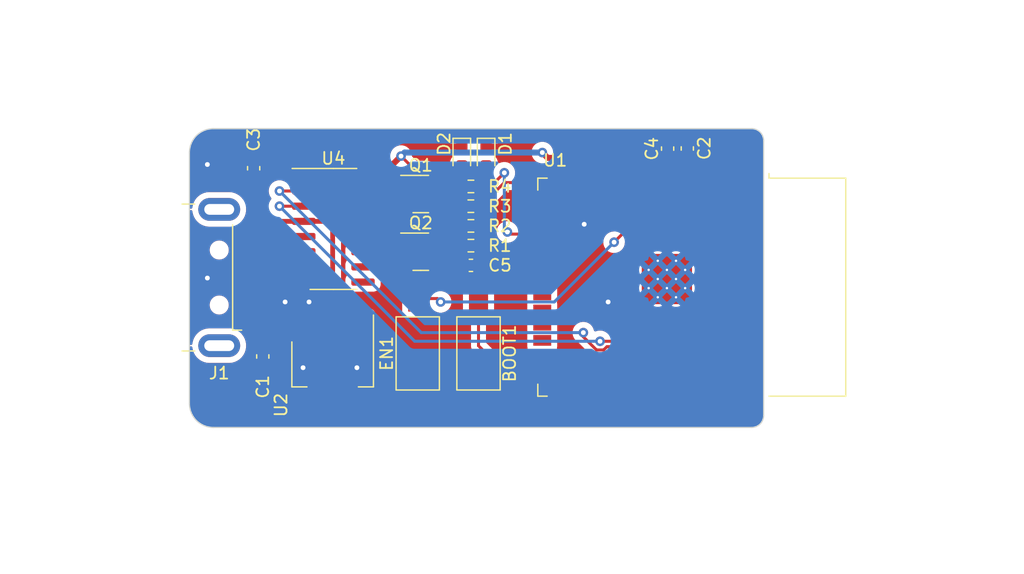
<source format=kicad_pcb>
(kicad_pcb (version 20221018) (generator pcbnew)
  (layers (0 "F.Cu" signal) (31 "B.Cu" signal) (34 "B.Paste" user) (35 "F.Paste" user) (36 "B.SilkS" user "B.Silkscreen") (37 "F.SilkS" user "F.Silkscreen") (38 "B.Mask" user) (39 "F.Mask" user) (44 "Edge.Cuts" user))
  (net 0 "")
  (net 1 "+5V")
  (net 2 "GND")
  (net 3 "+3V3")
  (net 4 "ESP32_EN")
  (net 5 "Net-(D1-A)")
  (net 6 "Net-(D2-A)")
  (net 7 "D-")
  (net 8 "D+")
  (net 10 "Net-(Q1-G)")
  (net 11 "Net-(Q1-S)")
  (net 12 "ESP32_IO0")
  (net 13 "Net-(U1-IO12)")
  (net 14 "Net-(U1-IO13)")
  (net 41 "TX-PROG")
  (net 42 "RX-PROG")
  (footprint "Button_Switch_SMD:SW_SPST_FSMSM" (layer "F.Cu") (at 58.166 98.806 -90)
    (fp_text reference "BOOT1" (at 0 -2.6 90) (layer "F.SilkS"))
    (fp_text value "SW_Push")
    (fp_line (start -3.06 -1.81) (end 3.06 -1.81) (stroke (width 0.12)) (layer "F.SilkS"))
    (fp_line (start -3.06 1.81) (end -3.06 -1.81) (stroke (width 0.12)) (layer "F.SilkS"))
    (fp_line (start 3.06 -1.81) (end 3.06 1.81) (stroke (width 0.12)) (layer "F.SilkS"))
    (fp_line (start 3.06 1.81) (end -3.06 1.81) (stroke (width 0.12)) (layer "F.SilkS"))
    (pad "1" smd rect (at -4.59 0 270) (size 2.18 1.6) (layers "F.Cu" "F.Paste" "F.Mask") (net 12 "ESP32_IO0"))
    (pad "2" smd rect (at 4.59 0 270) (size 2.18 1.6) (layers "F.Cu" "F.Paste" "F.Mask") (net 2 "GND"))
  )
  (footprint "Package_TO_SOT_SMD:SOT-23" (layer "F.Cu") (at 53.34 90.297)
    (fp_text reference "Q2" (at 0 -2.4) (layer "F.SilkS"))
    (fp_text value "BSS138")
    (fp_line (start 0 -1.56) (end -1.675 -1.56) (stroke (width 0.12)) (layer "F.SilkS"))
    (fp_line (start 0 -1.56) (end 0.65 -1.56) (stroke (width 0.12)) (layer "F.SilkS"))
    (fp_line (start 0 1.56) (end -0.65 1.56) (stroke (width 0.12)) (layer "F.SilkS"))
    (fp_line (start 0 1.56) (end 0.65 1.56) (stroke (width 0.12)) (layer "F.SilkS"))
    (pad "1" smd roundrect (at -0.9375 -0.95) (size 1.475 0.6) (layers "F.Cu" "F.Paste" "F.Mask") (net 11 "Net-(Q1-S)"))
    (pad "2" smd roundrect (at -0.9375 0.95) (size 1.475 0.6) (layers "F.Cu" "F.Paste" "F.Mask") (net 10 "Net-(Q1-G)"))
    (pad "3" smd roundrect (at 0.9375 0) (size 1.475 0.6) (layers "F.Cu" "F.Paste" "F.Mask") (net 12 "ESP32_IO0"))
  )
  (footprint "Button_Switch_SMD:SW_SPST_FSMSM" (layer "F.Cu") (at 53.086 98.806 90)
    (fp_text reference "EN1" (at 0 -2.6 90) (layer "F.SilkS"))
    (fp_text value "SW_Push")
    (fp_line (start -3.06 -1.81) (end 3.06 -1.81) (stroke (width 0.12)) (layer "F.SilkS"))
    (fp_line (start -3.06 1.81) (end -3.06 -1.81) (stroke (width 0.12)) (layer "F.SilkS"))
    (fp_line (start 3.06 -1.81) (end 3.06 1.81) (stroke (width 0.12)) (layer "F.SilkS"))
    (fp_line (start 3.06 1.81) (end -3.06 1.81) (stroke (width 0.12)) (layer "F.SilkS"))
    (pad "1" smd rect (at -4.59 0 90) (size 2.18 1.6) (layers "F.Cu" "F.Paste" "F.Mask") (net 2 "GND"))
    (pad "2" smd rect (at 4.59 0 90) (size 2.18 1.6) (layers "F.Cu" "F.Paste" "F.Mask") (net 4 "ESP32_EN"))
  )
  (footprint "Resistor_SMD:R_0603_1608Metric" (layer "F.Cu") (at 57.531 84.836 180)
    (fp_text reference "R4" (at -2.413 0) (layer "F.SilkS"))
    (fp_text value "R_Small")
    (fp_line (start -0.237258 -0.5225) (end 0.237258 -0.5225) (stroke (width 0.12)) (layer "F.SilkS"))
    (fp_line (start -0.237258 0.5225) (end 0.237258 0.5225) (stroke (width 0.12)) (layer "F.SilkS"))
    (pad "1" smd roundrect (at -0.825 0 180) (size 0.8 0.95) (layers "F.Cu" "F.Paste" "F.Mask") (net 14 "Net-(U1-IO13)"))
    (pad "2" smd roundrect (at 0.825 0 180) (size 0.8 0.95) (layers "F.Cu" "F.Paste" "F.Mask") (net 5 "Net-(D1-A)"))
  )
  (footprint "Resistor_SMD:R_0603_1608Metric" (layer "F.Cu") (at 57.52533 86.487 180)
    (fp_text reference "R3" (at -2.41867 -0.010565) (layer "F.SilkS"))
    (fp_text value "R_Small")
    (fp_line (start -0.237258 -0.5225) (end 0.237258 -0.5225) (stroke (width 0.12)) (layer "F.SilkS"))
    (fp_line (start -0.237258 0.5225) (end 0.237258 0.5225) (stroke (width 0.12)) (layer "F.SilkS"))
    (pad "1" smd roundrect (at -0.825 0 180) (size 0.8 0.95) (layers "F.Cu" "F.Paste" "F.Mask") (net 13 "Net-(U1-IO12)"))
    (pad "2" smd roundrect (at 0.825 0 180) (size 0.8 0.95) (layers "F.Cu" "F.Paste" "F.Mask") (net 6 "Net-(D2-A)"))
  )
  (footprint "Capacitor_SMD:C_0603_1608Metric" (layer "F.Cu") (at 75.619562 81.658468 90)
    (fp_text reference "C2" (at 0.014086 1.419174 90) (layer "F.SilkS"))
    (fp_text value "C")
    (fp_line (start -0.14058 -0.51) (end 0.14058 -0.51) (stroke (width 0.12)) (layer "F.SilkS"))
    (fp_line (start -0.14058 0.51) (end 0.14058 0.51) (stroke (width 0.12)) (layer "F.SilkS"))
    (pad "1" smd roundrect (at -0.775 0 90) (size 0.9 0.95) (layers "F.Cu" "F.Paste" "F.Mask") (net 3 "+3V3"))
    (pad "2" smd roundrect (at 0.775 0 90) (size 0.9 0.95) (layers "F.Cu" "F.Paste" "F.Mask") (net 2 "GND"))
  )
  (footprint "Package_TO_SOT_SMD:SOT-23" (layer "F.Cu") (at 53.34 85.471)
    (fp_text reference "Q1" (at 0 -2.4) (layer "F.SilkS"))
    (fp_text value "BSS138")
    (fp_line (start 0 -1.56) (end -1.675 -1.56) (stroke (width 0.12)) (layer "F.SilkS"))
    (fp_line (start 0 -1.56) (end 0.65 -1.56) (stroke (width 0.12)) (layer "F.SilkS"))
    (fp_line (start 0 1.56) (end -0.65 1.56) (stroke (width 0.12)) (layer "F.SilkS"))
    (fp_line (start 0 1.56) (end 0.65 1.56) (stroke (width 0.12)) (layer "F.SilkS"))
    (pad "1" smd roundrect (at -0.9375 -0.95) (size 1.475 0.6) (layers "F.Cu" "F.Paste" "F.Mask") (net 10 "Net-(Q1-G)"))
    (pad "2" smd roundrect (at -0.9375 0.95) (size 1.475 0.6) (layers "F.Cu" "F.Paste" "F.Mask") (net 11 "Net-(Q1-S)"))
    (pad "3" smd roundrect (at 0.9375 0) (size 1.475 0.6) (layers "F.Cu" "F.Paste" "F.Mask") (net 4 "ESP32_EN"))
  )
  (footprint "Capacitor_SMD:C_0603_1608Metric" (layer "F.Cu") (at 39.37 83.312 90)
    (fp_text reference "C3" (at 2.378909 -0.003875 90) (layer "F.SilkS"))
    (fp_text value "C")
    (fp_line (start -0.14058 -0.51) (end 0.14058 -0.51) (stroke (width 0.12)) (layer "F.SilkS"))
    (fp_line (start -0.14058 0.51) (end 0.14058 0.51) (stroke (width 0.12)) (layer "F.SilkS"))
    (pad "1" smd roundrect (at -0.775 0 90) (size 0.9 0.95) (layers "F.Cu" "F.Paste" "F.Mask") (net 3 "+3V3"))
    (pad "2" smd roundrect (at 0.775 0 90) (size 0.9 0.95) (layers "F.Cu" "F.Paste" "F.Mask") (net 2 "GND"))
  )
  (footprint "Capacitor_SMD:C_0603_1608Metric" (layer "F.Cu") (at 40.132 99.06 -90)
    (fp_text reference "C1" (at 2.54 0 90) (layer "F.SilkS"))
    (fp_text value "C")
    (fp_line (start -0.14058 -0.51) (end 0.14058 -0.51) (stroke (width 0.12)) (layer "F.SilkS"))
    (fp_line (start -0.14058 0.51) (end 0.14058 0.51) (stroke (width 0.12)) (layer "F.SilkS"))
    (pad "1" smd roundrect (at -0.775 0 270) (size 0.9 0.95) (layers "F.Cu" "F.Paste" "F.Mask") (net 1 "+5V"))
    (pad "2" smd roundrect (at 0.775 0 270) (size 0.9 0.95) (layers "F.Cu" "F.Paste" "F.Mask") (net 2 "GND"))
  )
  (footprint "Capacitor_SMD:C_0603_1608Metric" (layer "F.Cu") (at 57.531 91.44)
    (fp_text reference "C5" (at 2.426 0) (layer "F.SilkS"))
    (fp_text value "C")
    (fp_line (start -0.14058 -0.51) (end 0.14058 -0.51) (stroke (width 0.12)) (layer "F.SilkS"))
    (fp_line (start -0.14058 0.51) (end 0.14058 0.51) (stroke (width 0.12)) (layer "F.SilkS"))
    (pad "1" smd roundrect (at -0.775 0) (size 0.9 0.95) (layers "F.Cu" "F.Paste" "F.Mask") (net 4 "ESP32_EN"))
    (pad "2" smd roundrect (at 0.775 0) (size 0.9 0.95) (layers "F.Cu" "F.Paste" "F.Mask") (net 2 "GND"))
  )
  (footprint "Resistor_SMD:R_0603_1608Metric" (layer "F.Cu") (at 57.531 89.789 180)
    (fp_text reference "R1" (at -2.413 0) (layer "F.SilkS"))
    (fp_text value "R_Small")
    (fp_line (start -0.237258 -0.5225) (end 0.237258 -0.5225) (stroke (width 0.12)) (layer "F.SilkS"))
    (fp_line (start -0.237258 0.5225) (end 0.237258 0.5225) (stroke (width 0.12)) (layer "F.SilkS"))
    (pad "1" smd roundrect (at -0.825 0 180) (size 0.8 0.95) (layers "F.Cu" "F.Paste" "F.Mask") (net 3 "+3V3"))
    (pad "2" smd roundrect (at 0.825 0 180) (size 0.8 0.95) (layers "F.Cu" "F.Paste" "F.Mask") (net 4 "ESP32_EN"))
  )
  (footprint "Package_SO:SOIC-16_3.9x9.9mm_P1.27mm" (layer "F.Cu") (at 46.036 88.392)
    (fp_text reference "U4" (at 0 -5.9) (layer "F.SilkS"))
    (fp_text value "CH340C")
    (fp_line (start 0 -5.06) (end -3.45 -5.06) (stroke (width 0.12)) (layer "F.SilkS"))
    (fp_line (start 0 -5.06) (end 1.95 -5.06) (stroke (width 0.12)) (layer "F.SilkS"))
    (fp_line (start 0 5.06) (end -1.95 5.06) (stroke (width 0.12)) (layer "F.SilkS"))
    (fp_line (start 0 5.06) (end 1.95 5.06) (stroke (width 0.12)) (layer "F.SilkS"))
    (pad "1" smd roundrect (at -2.475 -4.445) (size 1.95 0.6) (layers "F.Cu" "F.Paste" "F.Mask") (net 2 "GND"))
    (pad "2" smd roundrect (at -2.475 -3.175) (size 1.95 0.6) (layers "F.Cu" "F.Paste" "F.Mask") (net 41 "TX-PROG"))
    (pad "3" smd roundrect (at -2.475 -1.905) (size 1.95 0.6) (layers "F.Cu" "F.Paste" "F.Mask") (net 42 "RX-PROG"))
    (pad "4" smd roundrect (at -2.475 -0.635) (size 1.95 0.6) (layers "F.Cu" "F.Paste" "F.Mask") (net 3 "+3V3"))
    (pad "5" smd roundrect (at -2.475 0.635) (size 1.95 0.6) (layers "F.Cu" "F.Paste" "F.Mask") (net 8 "D+"))
    (pad "6" smd roundrect (at -2.475 1.905) (size 1.95 0.6) (layers "F.Cu" "F.Paste" "F.Mask") (net 7 "D-"))
    (pad "7" smd roundrect (at -2.475 3.175) (size 1.95 0.6) (layers "F.Cu" "F.Paste" "F.Mask"))
    (pad "8" smd roundrect (at -2.475 4.445) (size 1.95 0.6) (layers "F.Cu" "F.Paste" "F.Mask"))
    (pad "9" smd roundrect (at 2.475 4.445) (size 1.95 0.6) (layers "F.Cu" "F.Paste" "F.Mask"))
    (pad "10" smd roundrect (at 2.475 3.175) (size 1.95 0.6) (layers "F.Cu" "F.Paste" "F.Mask"))
    (pad "11" smd roundrect (at 2.475 1.905) (size 1.95 0.6) (layers "F.Cu" "F.Paste" "F.Mask"))
    (pad "12" smd roundrect (at 2.475 0.635) (size 1.95 0.6) (layers "F.Cu" "F.Paste" "F.Mask"))
    (pad "13" smd roundrect (at 2.475 -0.635) (size 1.95 0.6) (layers "F.Cu" "F.Paste" "F.Mask") (net 10 "Net-(Q1-G)"))
    (pad "14" smd roundrect (at 2.475 -1.905) (size 1.95 0.6) (layers "F.Cu" "F.Paste" "F.Mask") (net 11 "Net-(Q1-S)"))
    (pad "15" smd roundrect (at 2.475 -3.175) (size 1.95 0.6) (layers "F.Cu" "F.Paste" "F.Mask"))
    (pad "16" smd roundrect (at 2.475 -4.445) (size 1.95 0.6) (layers "F.Cu" "F.Paste" "F.Mask") (net 3 "+3V3"))
  )
  (footprint "LED_SMD:LED_0603_1608Metric" (layer "F.Cu") (at 58.801 82.296 -90)
    (fp_text reference "D1" (at -1.019334 -1.613005 90) (layer "F.SilkS"))
    (fp_text value "LED")
    (fp_line (start -1.485 -0.735) (end -1.485 0.735) (stroke (width 0.12)) (layer "F.SilkS"))
    (fp_line (start -1.485 0.735) (end 0.8 0.735) (stroke (width 0.12)) (layer "F.SilkS"))
    (fp_line (start 0.8 -0.735) (end -1.485 -0.735) (stroke (width 0.12)) (layer "F.SilkS"))
    (pad "1" smd roundrect (at -0.7875 0 270) (size 0.875 0.95) (layers "F.Cu" "F.Paste" "F.Mask") (net 2 "GND"))
    (pad "2" smd roundrect (at 0.7875 0 270) (size 0.875 0.95) (layers "F.Cu" "F.Paste" "F.Mask") (net 5 "Net-(D1-A)"))
  )
  (footprint "Connector_USB:USB_A_CNCTech_1001-011-01101_Horizontal" (layer "F.Cu") (at 29.591 92.456 180)
    (fp_text reference "J1" (at -6.9 -8) (layer "F.SilkS"))
    (fp_text value "USB_A")
    (fp_line (start -8.02 -4.4) (end -8.775 -4.4) (stroke (width 0.12)) (layer "F.SilkS"))
    (fp_line (start -8.02 -4.4) (end -8.02 4.4) (stroke (width 0.12)) (layer "F.SilkS"))
    (fp_line (start -4.85 -6.145) (end -3.8 -6.145) (stroke (width 0.12)) (layer "F.SilkS"))
    (fp_line (start -4.85 6.145) (end -3.8 6.145) (stroke (width 0.12)) (layer "F.SilkS"))
    (pad "" np_thru_hole circle (at -6.9 -2.3 180) (size 1.1 1.1) (drill 1.1) (layers "*.Cu" "*.Mask"))
    (pad "" np_thru_hole circle (at -6.9 2.3 180) (size 1.1 1.1) (drill 1.1) (layers "*.Cu" "*.Mask"))
    (pad "1" smd rect (at -9.65 -3.5 180) (size 2.5 1.1) (layers "F.Cu" "F.Paste" "F.Mask") (net 1 "+5V"))
    (pad "2" smd rect (at -9.65 -1 180) (size 2.5 1.1) (layers "F.Cu" "F.Paste" "F.Mask") (net 7 "D-"))
    (pad "3" smd rect (at -9.65 1 180) (size 2.5 1.1) (layers "F.Cu" "F.Paste" "F.Mask") (net 8 "D+"))
    (pad "4" smd rect (at -9.65 3.5 180) (size 2.5 1.1) (layers "F.Cu" "F.Paste" "F.Mask") (net 2 "GND"))
    (pad "5" thru_hole oval (at -6.9 -5.7 180) (size 3.5 1.9) (drill oval 2.5 0.9) (layers "*.Cu" "*.Mask"))
    (pad "5" thru_hole oval (at -6.9 5.7 180) (size 3.5 1.9) (drill oval 2.5 0.9) (layers "*.Cu" "*.Mask"))
  )
  (footprint "LED_SMD:LED_0603_1608Metric" (layer "F.Cu") (at 56.769 82.296 -90)
    (fp_text reference "D2" (at -1.019334 1.478814 90) (layer "F.SilkS"))
    (fp_text value "LED")
    (fp_line (start -1.485 -0.735) (end -1.485 0.735) (stroke (width 0.12)) (layer "F.SilkS"))
    (fp_line (start -1.485 0.735) (end 0.8 0.735) (stroke (width 0.12)) (layer "F.SilkS"))
    (fp_line (start 0.8 -0.735) (end -1.485 -0.735) (stroke (width 0.12)) (layer "F.SilkS"))
    (pad "1" smd roundrect (at -0.7875 0 270) (size 0.875 0.95) (layers "F.Cu" "F.Paste" "F.Mask") (net 2 "GND"))
    (pad "2" smd roundrect (at 0.7875 0 270) (size 0.875 0.95) (layers "F.Cu" "F.Paste" "F.Mask") (net 6 "Net-(D2-A)"))
  )
  (footprint "Capacitor_SMD:C_0603_1608Metric" (layer "F.Cu") (at 73.972694 81.669687 90)
    (fp_text reference "C4" (at -0.011885 -1.319252 90) (layer "F.SilkS"))
    (fp_text value "C")
    (fp_line (start -0.14058 -0.51) (end 0.14058 -0.51) (stroke (width 0.12)) (layer "F.SilkS"))
    (fp_line (start -0.14058 0.51) (end 0.14058 0.51) (stroke (width 0.12)) (layer "F.SilkS"))
    (pad "1" smd roundrect (at -0.775 0 90) (size 0.9 0.95) (layers "F.Cu" "F.Paste" "F.Mask") (net 3 "+3V3"))
    (pad "2" smd roundrect (at 0.775 0 90) (size 0.9 0.95) (layers "F.Cu" "F.Paste" "F.Mask") (net 2 "GND"))
  )
  (footprint "Resistor_SMD:R_0603_1608Metric" (layer "F.Cu") (at 57.531 88.138 180)
    (fp_text reference "R2" (at -2.413 0) (layer "F.SilkS"))
    (fp_text value "R_Small")
    (fp_line (start -0.237258 -0.5225) (end 0.237258 -0.5225) (stroke (width 0.12)) (layer "F.SilkS"))
    (fp_line (start -0.237258 0.5225) (end 0.237258 0.5225) (stroke (width 0.12)) (layer "F.SilkS"))
    (pad "1" smd roundrect (at -0.825 0 180) (size 0.8 0.95) (layers "F.Cu" "F.Paste" "F.Mask") (net 3 "+3V3"))
    (pad "2" smd roundrect (at 0.825 0 180) (size 0.8 0.95) (layers "F.Cu" "F.Paste" "F.Mask") (net 12 "ESP32_IO0"))
  )
  (footprint "Package_TO_SOT_SMD:SOT-223-3_TabPin2" (layer "F.Cu") (at 45.974 99.695 -90)
    (fp_text reference "U2" (at 3.429 4.318 90) (layer "F.SilkS"))
    (fp_text value "AMS1117-3.3")
    (fp_line (start -4.1 -3.41) (end 1.91 -3.41) (stroke (width 0.12)) (layer "F.SilkS"))
    (fp_line (start -1.85 3.41) (end 1.91 3.41) (stroke (width 0.12)) (layer "F.SilkS"))
    (fp_line (start 1.91 -3.41) (end 1.91 -2.15) (stroke (width 0.12)) (layer "F.SilkS"))
    (fp_line (start 1.91 3.41) (end 1.91 2.15) (stroke (width 0.12)) (layer "F.SilkS"))
    (pad "1" smd rect (at -3.15 -2.3 270) (size 2 1.5) (layers "F.Cu" "F.Paste" "F.Mask") (net 2 "GND"))
    (pad "2" smd rect (at -3.15 0 270) (size 2 1.5) (layers "F.Cu" "F.Paste" "F.Mask") (net 3 "+3V3"))
    (pad "2" smd rect (at 3.15 0 270) (size 2 3.8) (layers "F.Cu" "F.Paste" "F.Mask") (net 3 "+3V3"))
    (pad "3" smd rect (at -3.15 2.3 270) (size 2 1.5) (layers "F.Cu" "F.Paste" "F.Mask") (net 1 "+5V"))
  )
  (footprint "RF_Module:ESP32-WROOM-32" (layer "F.Cu") (at 73.003 93.262 -90)
    (fp_text reference "U1" (at -10.61 8.43) (layer "F.SilkS"))
    (fp_text value "ESP32-WROOM-32")
    (fp_line (start -9.12 -15.86) (end -9.12 -9.445) (stroke (width 0.12)) (layer "F.SilkS"))
    (fp_line (start -9.12 -15.86) (end 9.12 -15.86) (stroke (width 0.12)) (layer "F.SilkS"))
    (fp_line (start -9.12 -9.445) (end -9.5 -9.445) (stroke (width 0.12)) (layer "F.SilkS"))
    (fp_line (start -9.12 9.1) (end -9.12 9.88) (stroke (width 0.12)) (layer "F.SilkS"))
    (fp_line (start -9.12 9.88) (end -8.12 9.88) (stroke (width 0.12)) (layer "F.SilkS"))
    (fp_line (start 9.12 -15.86) (end 9.12 -9.445) (stroke (width 0.12)) (layer "F.SilkS"))
    (fp_line (start 9.12 9.1) (end 9.12 9.88) (stroke (width 0.12)) (layer "F.SilkS"))
    (fp_line (start 9.12 9.88) (end 8.12 9.88) (stroke (width 0.12)) (layer "F.SilkS"))
    (pad "1" smd rect (at -8.75 -8.25 270) (size 1.5 0.9) (layers "F.Cu" "F.Paste" "F.Mask") (net 2 "GND"))
    (pad "2" smd rect (at -8.75 -6.98 270) (size 1.5 0.9) (layers "F.Cu" "F.Paste" "F.Mask") (net 3 "+3V3"))
    (pad "3" smd rect (at -8.75 -5.71 270) (size 1.5 0.9) (layers "F.Cu" "F.Paste" "F.Mask") (net 4 "ESP32_EN"))
    (pad "4" smd rect (at -8.75 -4.44 270) (size 1.5 0.9) (layers "F.Cu" "F.Paste" "F.Mask"))
    (pad "5" smd rect (at -8.75 -3.17 270) (size 1.5 0.9) (layers "F.Cu" "F.Paste" "F.Mask"))
    (pad "6" smd rect (at -8.75 -1.9 270) (size 1.5 0.9) (layers "F.Cu" "F.Paste" "F.Mask"))
    (pad "7" smd rect (at -8.75 -0.63 270) (size 1.5 0.9) (layers "F.Cu" "F.Paste" "F.Mask"))
    (pad "8" smd rect (at -8.75 0.64 270) (size 1.5 0.9) (layers "F.Cu" "F.Paste" "F.Mask"))
    (pad "9" smd rect (at -8.75 1.91 270) (size 1.5 0.9) (layers "F.Cu" "F.Paste" "F.Mask"))
    (pad "10" smd rect (at -8.75 3.18 270) (size 1.5 0.9) (layers "F.Cu" "F.Paste" "F.Mask"))
    (pad "11" smd rect (at -8.75 4.45 270) (size 1.5 0.9) (layers "F.Cu" "F.Paste" "F.Mask"))
    (pad "12" smd rect (at -8.75 5.72 270) (size 1.5 0.9) (layers "F.Cu" "F.Paste" "F.Mask"))
    (pad "13" smd rect (at -8.75 6.99 270) (size 1.5 0.9) (layers "F.Cu" "F.Paste" "F.Mask"))
    (pad "14" smd rect (at -8.75 8.26 270) (size 1.5 0.9) (layers "F.Cu" "F.Paste" "F.Mask") (net 13 "Net-(U1-IO12)"))
    (pad "15" smd rect (at -5.71 9.51) (size 1.5 0.9) (layers "F.Cu" "F.Paste" "F.Mask") (net 2 "GND"))
    (pad "16" smd rect (at -4.44 9.51) (size 1.5 0.9) (layers "F.Cu" "F.Paste" "F.Mask") (net 14 "Net-(U1-IO13)"))
    (pad "17" smd rect (at -3.17 9.51) (size 1.5 0.9) (layers "F.Cu" "F.Paste" "F.Mask"))
    (pad "18" smd rect (at -1.9 9.51) (size 1.5 0.9) (layers "F.Cu" "F.Paste" "F.Mask"))
    (pad "19" smd rect (at -0.63 9.51) (size 1.5 0.9) (layers "F.Cu" "F.Paste" "F.Mask"))
    (pad "20" smd rect (at 0.64 9.51) (size 1.5 0.9) (layers "F.Cu" "F.Paste" "F.Mask"))
    (pad "21" smd rect (at 1.91 9.51) (size 1.5 0.9) (layers "F.Cu" "F.Paste" "F.Mask"))
    (pad "22" smd rect (at 3.18 9.51) (size 1.5 0.9) (layers "F.Cu" "F.Paste" "F.Mask"))
    (pad "23" smd rect (at 4.45 9.51) (size 1.5 0.9) (layers "F.Cu" "F.Paste" "F.Mask"))
    (pad "24" smd rect (at 5.72 9.51) (size 1.5 0.9) (layers "F.Cu" "F.Paste" "F.Mask"))
    (pad "25" smd rect (at 8.75 8.26 270) (size 1.5 0.9) (layers "F.Cu" "F.Paste" "F.Mask") (net 12 "ESP32_IO0"))
    (pad "26" smd rect (at 8.75 6.99 270) (size 1.5 0.9) (layers "F.Cu" "F.Paste" "F.Mask"))
    (pad "27" smd rect (at 8.75 5.72 270) (size 1.5 0.9) (layers "F.Cu" "F.Paste" "F.Mask"))
    (pad "28" smd rect (at 8.75 4.45 270) (size 1.5 0.9) (layers "F.Cu" "F.Paste" "F.Mask"))
    (pad "29" smd rect (at 8.75 3.18 270) (size 1.5 0.9) (layers "F.Cu" "F.Paste" "F.Mask"))
    (pad "30" smd rect (at 8.75 1.91 270) (size 1.5 0.9) (layers "F.Cu" "F.Paste" "F.Mask"))
    (pad "31" smd rect (at 8.75 0.64 270) (size 1.5 0.9) (layers "F.Cu" "F.Paste" "F.Mask"))
    (pad "32" smd rect (at 8.75 -0.63 270) (size 1.5 0.9) (layers "F.Cu" "F.Paste" "F.Mask"))
    (pad "33" smd rect (at 8.75 -1.9 270) (size 1.5 0.9) (layers "F.Cu" "F.Paste" "F.Mask"))
    (pad "34" smd rect (at 8.75 -3.17 270) (size 1.5 0.9) (layers "F.Cu" "F.Paste" "F.Mask") (net 41 "TX-PROG"))
    (pad "35" smd rect (at 8.75 -4.44 270) (size 1.5 0.9) (layers "F.Cu" "F.Paste" "F.Mask") (net 42 "RX-PROG"))
    (pad "36" smd rect (at 8.75 -5.71 270) (size 1.5 0.9) (layers "F.Cu" "F.Paste" "F.Mask"))
    (pad "37" smd rect (at 8.75 -6.98 270) (size 1.5 0.9) (layers "F.Cu" "F.Paste" "F.Mask"))
    (pad "38" smd rect (at 8.75 -8.25 270) (size 1.5 0.9) (layers "F.Cu" "F.Paste" "F.Mask") (net 2 "GND"))
    (pad "39" smd rect (at -2.205 -2.435 270) (size 1.05 1.05) (layers "F.Cu" "F.Paste") (net 2 "GND"))
    (pad "39" thru_hole circle (at -2.205 -1.6725 270) (size 0.6 0.6) (drill 0.2) (property pad_prop_heatsink) (layers "*.Cu" "F.Mask") (net 2 "GND"))
    (pad "39" smd rect (at -2.205 -0.91 270) (size 1.05 1.05) (layers "F.Cu" "F.Paste") (net 2 "GND"))
    (pad "39" thru_hole circle (at -2.205 -0.1475 270) (size 0.6 0.6) (drill 0.2) (property pad_prop_heatsink) (layers "*.Cu" "F.Mask") (net 2 "GND"))
    (pad "39" smd rect (at -2.205 0.615 270) (size 1.05 1.05) (layers "F.Cu" "F.Paste") (net 2 "GND"))
    (pad "39" thru_hole circle (at -1.4425 -2.435 270) (size 0.6 0.6) (drill 0.2) (property pad_prop_heatsink) (layers "*.Cu" "F.Mask") (net 2 "GND"))
    (pad "39" thru_hole circle (at -1.4425 -0.91 270) (size 0.6 0.6) (drill 0.2) (property pad_prop_heatsink) (layers "*.Cu" "F.Mask") (net 2 "GND"))
    (pad "39" thru_hole circle (at -1.4425 0.615 270) (size 0.6 0.6) (drill 0.2) (property pad_prop_heatsink) (layers "*.Cu" "F.Mask") (net 2 "GND"))
    (pad "39" smd rect (at -0.68 -2.435 270) (size 1.05 1.05) (layers "F.Cu" "F.Paste") (net 2 "GND"))
    (pad "39" thru_hole circle (at -0.68 -1.6725 270) (size 0.6 0.6) (drill 0.2) (property pad_prop_heatsink) (layers "*.Cu" "F.Mask") (net 2 "GND"))
    (pad "39" smd rect (at -0.68 -0.91 270) (size 1.05 1.05) (layers "F.Cu" "F.Paste") (net 2 "GND"))
    (pad "39" smd rect (at -0.68 -0.91 270) (size 4.2 4.2) (layers "F.Cu" "F.Mask") (net 2 "GND"))
    (pad "39" thru_hole circle (at -0.68 -0.1475 270) (size 0.6 0.6) (drill 0.2) (property pad_prop_heatsink) (layers "*.Cu" "F.Mask") (net 2 "GND"))
    (pad "39" smd rect (at -0.68 0.615 270) (size 1.05 1.05) (layers "F.Cu" "F.Paste") (net 2 "GND"))
    (pad "39" thru_hole circle (at 0.0825 -2.435 270) (size 0.6 0.6) (drill 0.2) (property pad_prop_heatsink) (layers "*.Cu" "F.Mask") (net 2 "GND"))
    (pad "39" thru_hole circle (at 0.0825 -0.91 270) (size 0.6 0.6) (drill 0.2) (property pad_prop_heatsink) (layers "*.Cu" "F.Mask") (net 2 "GND"))
    (pad "39" thru_hole circle (at 0.0825 0.615 270) (size 0.6 0.6) (drill 0.2) (property pad_prop_heatsink) (layers "*.Cu" "F.Mask") (net 2 "GND"))
    (pad "39" smd rect (at 0.845 -2.435 270) (size 1.05 1.05) (layers "F.Cu" "F.Paste") (net 2 "GND"))
    (pad "39" thru_hole circle (at 0.845 -1.6725 270) (size 0.6 0.6) (drill 0.2) (property pad_prop_heatsink) (layers "*.Cu" "F.Mask") (net 2 "GND"))
    (pad "39" smd rect (at 0.845 -0.91 270) (size 1.05 1.05) (layers "F.Cu" "F.Paste") (net 2 "GND"))
    (pad "39" thru_hole circle (at 0.845 -0.1475 270) (size 0.6 0.6) (drill 0.2) (property pad_prop_heatsink) (layers "*.Cu" "F.Mask") (net 2 "GND"))
    (pad "39" smd rect (at 0.845 0.615 270) (size 1.05 1.05) (layers "F.Cu" "F.Paste") (net 2 "GND"))
    (zone (net 0) (net_name "") (layers "F.Cu" "In1.Cu" "B.Cu") (connect_pads (clearance 0)) (min_thickness 0.254)
      (keepout (tracks not_allowed) (vias not_allowed) (pads not_allowed) (copperpour not_allowed) (footprints not_allowed))
      (fill (thermal_gap 0.508) (thermal_bridge_width 0.508))
      (polygon (pts (xy 82.803 69.262) (xy 82.803 117.262) (xy 103.743 117.262) (xy 103.743 69.262)))
    )
  )
  (gr_arc (start 82 104) (mid 81.707107 104.707107) (end 81 105) (stroke (width 0.1)) (layer "Edge.Cuts"))
  (gr_arc (start 34 82) (mid 34.585786 80.585786) (end 36 80) (stroke (width 0.1)) (layer "Edge.Cuts"))
  (gr_line (start 36 105) (end 81 105) (stroke (width 0.1)) (layer "Edge.Cuts"))
  (gr_line (start 82 104) (end 82 81) (stroke (width 0.1)) (layer "Edge.Cuts"))
  (gr_arc (start 36 105) (mid 34.585786 104.414214) (end 34 103) (stroke (width 0.1)) (layer "Edge.Cuts"))
  (gr_arc (start 81 80) (mid 81.707107 80.292893) (end 82 81) (stroke (width 0.1)) (layer "Edge.Cuts"))
  (gr_line (start 34 82) (end 34 103) (stroke (width 0.1)) (layer "Edge.Cuts"))
  (gr_line (start 81 80) (end 36 80) (stroke (width 0.1)) (layer "Edge.Cuts"))
  (segment (start 40.132 96.847) (end 39.241 95.956) (width 0.4) (layer "F.Cu") (net 1))
  (segment (start 39.241 95.956) (end 43.085 95.956) (width 0.4) (layer "F.Cu") (net 1))
  (segment (start 43.085 95.956) (end 43.674 96.545) (width 0.4) (layer "F.Cu") (net 1))
  (segment (start 40.132 98.285) (end 40.132 96.847) (width 0.4) (layer "F.Cu") (net 1))
  (via (at 67 88) (size 0.8) (drill 0.4) (layers "F.Cu" "B.Cu") (net 2))
  (via (at 43.5 100) (size 0.8) (drill 0.4) (layers "F.Cu" "B.Cu") (net 2))
  (via (at 42 94.5) (size 0.8) (drill 0.4) (layers "F.Cu" "B.Cu") (net 2))
  (via (at 44 94.5) (size 0.8) (drill 0.4) (layers "F.Cu" "B.Cu") (net 2))
  (via (at 35.5 83) (size 0.8) (drill 0.4) (layers "F.Cu" "B.Cu") (net 2))
  (via (at 48 100) (size 0.8) (drill 0.4) (layers "F.Cu" "B.Cu") (net 2))
  (via (at 35.5 92.5) (size 0.8) (drill 0.4) (layers "F.Cu" "B.Cu") (net 2))
  (via (at 69 94.5) (size 0.8) (drill 0.4) (layers "F.Cu" "B.Cu") (net 2))
  (segment (start 46 87.757) (end 45.339 87.757) (width 0.5) (layer "F.Cu") (net 3))
  (segment (start 58.356 89.789) (end 58.356 88.138) (width 0.25) (layer "F.Cu") (net 3))
  (segment (start 58.356 88.138) (end 57.556 87.338) (width 0.25) (layer "F.Cu") (net 3))
  (segment (start 45.974 87.757) (end 45.974 96.545) (width 0.4) (layer "F.Cu") (net 3))
  (segment (start 79.983 84.512) (end 79.983 82.983) (width 0.4) (layer "F.Cu") (net 3))
  (segment (start 55.499 84.963) (end 53.848 83.312) (width 0.25) (layer "F.Cu") (net 3))
  (segment (start 53.848 83.312) (end 52.705 83.312) (width 0.25) (layer "F.Cu") (net 3))
  (segment (start 47.053 83.947) (end 46 85) (width 0.5) (layer "F.Cu") (net 3))
  (segment (start 45.339 87.757) (end 43.561 87.757) (width 0.4) (layer "F.Cu") (net 3))
  (segment (start 79.983 82.983) (end 79.5 82.5) (width 0.4) (layer "F.Cu") (net 3))
  (segment (start 48.511 83.947) (end 50.038 83.947) (width 0.5) (layer "F.Cu") (net 3))
  (segment (start 75.608343 82.444687) (end 75.619562 82.433468) (width 0.5) (layer "F.Cu") (net 3))
  (segment (start 41.148 87.757) (end 39.37 85.979) (width 0.4) (layer "F.Cu") (net 3))
  (segment (start 50.038 83.947) (end 51.689 82.296) (width 0.5) (layer "F.Cu") (net 3))
  (segment (start 63.944687 82.444687) (end 63.5 82) (width 0.5) (layer "F.Cu") (net 3))
  (segment (start 39.37 85.979) (end 39.37 84.087) (width 0.4) (layer "F.Cu") (net 3))
  (segment (start 45.339 87.757) (end 45.974 87.757) (width 0.4) (layer "F.Cu") (net 3))
  (segment (start 79.5 82.5) (end 75.686094 82.5) (width 0.4) (layer "F.Cu") (net 3))
  (segment (start 46 85) (end 46 87.757) (width 0.5) (layer "F.Cu") (net 3))
  (segment (start 79.756 84.285) (end 79.983 84.512) (width 0.4) (layer "F.Cu") (net 3))
  (segment (start 56.333868 87.338) (end 55.499 86.503132) (width 0.25) (layer "F.Cu") (net 3))
  (segment (start 73.972694 82.444687) (end 75.608343 82.444687) (width 0.5) (layer "F.Cu") (net 3))
  (segment (start 48.511 83.947) (end 47.053 83.947) (width 0.5) (layer "F.Cu") (net 3))
  (segment (start 43.561 87.757) (end 41.148 87.757) (width 0.4) (layer "F.Cu") (net 3))
  (segment (start 57.556 87.338) (end 56.333868 87.338) (width 0.25) (layer "F.Cu") (net 3))
  (segment (start 45.974 102.845) (end 45.974 96.545) (width 0.4) (layer "F.Cu") (net 3))
  (segment (start 52.705 83.312) (end 51.689 82.296) (width 0.25) (layer "F.Cu") (net 3))
  (segment (start 73.972694 82.444687) (end 63.944687 82.444687) (width 0.5) (layer "F.Cu") (net 3))
  (segment (start 75.686094 82.5) (end 75.619562 82.433468) (width 0.4) (layer "F.Cu") (net 3))
  (segment (start 55.499 86.503132) (end 55.499 84.963) (width 0.25) (layer "F.Cu") (net 3))
  (via (at 63.5 82) (size 0.8) (drill 0.4) (layers "F.Cu" "B.Cu") (net 3))
  (via (at 51.689 82.296) (size 0.8) (drill 0.4) (layers "F.Cu" "B.Cu") (net 3))
  (segment (start 63.5 82) (end 51.985 82) (width 0.5) (layer "B.Cu") (net 3))
  (segment (start 51.985 82) (end 51.689 82.296) (width 0.5) (layer "B.Cu") (net 3))
  (segment (start 70.5 88.5) (end 77.5 88.5) (width 0.25) (layer "F.Cu") (net 4))
  (segment (start 54.737 91.44) (end 54.112 91.44) (width 0.25) (layer "F.Cu") (net 4))
  (segment (start 56.756 91.44) (end 54.737 91.44) (width 0.25) (layer "F.Cu") (net 4))
  (segment (start 69.5 89.5) (end 70.5 88.5) (width 0.25) (layer "F.Cu") (net 4))
  (segment (start 53.086 94.216) (end 54.737 92.565) (width 0.25) (layer "F.Cu") (net 4))
  (segment (start 54.2775 87.3605) (end 55.023 88.106) (width 0.25) (layer "F.Cu") (net 4))
  (segment (start 54.737 92.565) (end 54.737 91.44) (width 0.25) (layer "F.Cu") (net 4))
  (segment (start 53.215 90.643751) (end 53.215 89.950249) (width 0.25) (layer "F.Cu") (net 4))
  (segment (start 55.023 88.106) (end 56.706 89.789) (width 0.25) (layer "F.Cu") (net 4))
  (segment (start 53.594 90.922) (end 53.493249 90.922) (width 0.25) (layer "F.Cu") (net 4))
  (segment (start 53.086 94.216) (end 54.716 94.216) (width 0.25) (layer "F.Cu") (net 4))
  (segment (start 53.493249 90.922) (end 53.215 90.643751) (width 0.25) (layer "F.Cu") (net 4))
  (segment (start 54.2775 85.471) (end 54.2775 87.3605) (width 0.25) (layer "F.Cu") (net 4))
  (segment (start 55.023 88.142249) (end 55.023 88.106) (width 0.25) (layer "F.Cu") (net 4))
  (segment (start 78.713 87.287) (end 78.713 84.512) (width 0.25) (layer "F.Cu") (net 4))
  (segment (start 54.112 91.44) (end 53.594 90.922) (width 0.25) (layer "F.Cu") (net 4))
  (segment (start 53.215 89.950249) (end 55.023 88.142249) (width 0.25) (layer "F.Cu") (net 4))
  (segment (start 77.5 88.5) (end 78.713 87.287) (width 0.25) (layer "F.Cu") (net 4))
  (segment (start 54.716 94.216) (end 55 94.5) (width 0.25) (layer "F.Cu") (net 4))
  (via (at 55 94.5) (size 0.8) (drill 0.4) (layers "F.Cu" "B.Cu") (net 4))
  (via (at 69.5 89.5) (size 0.8) (drill 0.4) (layers "F.Cu" "B.Cu") (net 4))
  (segment (start 55 94.5) (end 64.5 94.5) (width 0.25) (layer "B.Cu") (net 4))
  (segment (start 64.5 94.5) (end 69.5 89.5) (width 0.25) (layer "B.Cu") (net 4))
  (segment (start 56.706 84.836) (end 57.0485 84.836) (width 0.25) (layer "F.Cu") (net 5))
  (segment (start 57.0485 84.836) (end 58.801 83.0835) (width 0.25) (layer "F.Cu") (net 5))
  (segment (start 56.70033 86.487) (end 56.70033 86.047792) (width 0.25) (layer "F.Cu") (net 6))
  (segment (start 55.981 83.8715) (end 56.769 83.0835) (width 0.25) (layer "F.Cu") (net 6))
  (segment (start 55.981 85.328462) (end 55.981 83.8715) (width 0.25) (layer "F.Cu") (net 6))
  (segment (start 56.70033 86.047792) (end 55.981 85.328462) (width 0.25) (layer "F.Cu") (net 6))
  (segment (start 41.402 92.71) (end 41.402 91.313) (width 0.2) (layer "F.Cu") (net 7))
  (segment (start 41.402 91.313) (end 42.418 90.297) (width 0.2) (layer "F.Cu") (net 7))
  (segment (start 42.418 90.297) (end 43.561 90.297) (width 0.2) (layer "F.Cu") (net 7))
  (segment (start 39.241 93.456) (end 40.656 93.456) (width 0.2) (layer "F.Cu") (net 7))
  (segment (start 40.656 93.456) (end 41.402 92.71) (width 0.2) (layer "F.Cu") (net 7))
  (segment (start 39.241 91.456) (end 39.735 91.456) (width 0.2) (layer "F.Cu") (net 8))
  (segment (start 39.735 91.456) (end 42.164 89.027) (width 0.2) (layer "F.Cu") (net 8))
  (segment (start 42.164 89.027) (end 43.561 89.027) (width 0.2) (layer "F.Cu") (net 8))
  (segment (start 48.511 87.757) (end 49.403 87.757) (width 0.25) (layer "F.Cu") (net 10))
  (segment (start 49.403 87.757) (end 50.038 87.122) (width 0.25) (layer "F.Cu") (net 10))
  (segment (start 52.4025 91.247) (end 50.673 89.5175) (width 0.25) (layer "F.Cu") (net 10))
  (segment (start 50.673 87.757) (end 50.038 87.122) (width 0.25) (layer "F.Cu") (net 10))
  (segment (start 50.673 89.5175) (end 50.673 87.757) (width 0.25) (layer "F.Cu") (net 10))
  (segment (start 50.038 87.122) (end 50.927 86.233) (width 0.25) (layer "F.Cu") (net 10))
  (segment (start 50.927 85.725) (end 52.131 84.521) (width 0.25) (layer "F.Cu") (net 10))
  (segment (start 50.927 86.233) (end 50.927 85.725) (width 0.25) (layer "F.Cu") (net 10))
  (segment (start 52.131 84.521) (end 52.4025 84.521) (width 0.25) (layer "F.Cu") (net 10))
  (segment (start 51.618249 83.896) (end 53.186751 83.896) (width 0.25) (layer "F.Cu") (net 11))
  (segment (start 53.467 84.176249) (end 53.467 84.872249) (width 0.25) (layer "F.Cu") (net 11))
  (segment (start 53.186751 83.896) (end 53.467 84.176249) (width 0.25) (layer "F.Cu") (net 11))
  (segment (start 51.243802 84.771802) (end 51.243802 84.270447) (width 0.25) (layer "F.Cu") (net 11))
  (segment (start 52.4025 89.347) (end 52.4025 86.421) (width 0.25) (layer "F.Cu") (net 11))
  (segment (start 52.4025 85.936749) (end 52.4025 86.421) (width 0.25) (layer "F.Cu") (net 11))
  (segment (start 49.528604 86.487) (end 51.243802 84.771802) (width 0.25) (layer "F.Cu") (net 11))
  (segment (start 51.243802 84.270447) (end 51.618249 83.896) (width 0.25) (layer "F.Cu") (net 11))
  (segment (start 53.467 84.872249) (end 52.4025 85.936749) (width 0.25) (layer "F.Cu") (net 11))
  (segment (start 48.511 86.487) (end 49.528604 86.487) (width 0.25) (layer "F.Cu") (net 11))
  (segment (start 64.743 102.012) (end 62.012 102.012) (width 0.25) (layer "F.Cu") (net 12))
  (segment (start 54.6205 90.64) (end 54.2775 90.297) (width 0.25) (layer "F.Cu") (net 12))
  (segment (start 57.282731 90.429731) (end 57.072462 90.64) (width 0.25) (layer "F.Cu") (net 12))
  (segment (start 62.012 102.012) (end 58.166 98.166) (width 0.25) (layer "F.Cu") (net 12))
  (segment (start 57.072462 90.64) (end 54.6205 90.64) (width 0.25) (layer "F.Cu") (net 12))
  (segment (start 58.166 94.216) (end 58.166 92.71) (width 0.25) (layer "F.Cu") (net 12))
  (segment (start 57.531 92.075) (end 57.531 90.678) (width 0.25) (layer "F.Cu") (net 12))
  (segment (start 56.706 88.571538) (end 57.531 89.396538) (width 0.25) (layer "F.Cu") (net 12))
  (segment (start 57.531 90.678) (end 57.282731 90.429731) (width 0.25) (layer "F.Cu") (net 12))
  (segment (start 57.531 89.396538) (end 57.531 90.181462) (width 0.25) (layer "F.Cu") (net 12))
  (segment (start 58.166 92.71) (end 57.531 92.075) (width 0.25) (layer "F.Cu") (net 12))
  (segment (start 56.706 88.138) (end 56.706 88.571538) (width 0.25) (layer "F.Cu") (net 12))
  (segment (start 57.531 90.181462) (end 57.282731 90.429731) (width 0.25) (layer "F.Cu") (net 12))
  (segment (start 58.166 98.166) (end 58.166 94.216) (width 0.25) (layer "F.Cu") (net 12))
  (segment (start 58.35033 86.487) (end 60.32533 84.512) (width 0.25) (layer "F.Cu") (net 13))
  (segment (start 60.32533 84.512) (end 64.743 84.512) (width 0.25) (layer "F.Cu") (net 13))
  (segment (start 60.755 88.822) (end 63.493 88.822) (width 0.25) (layer "F.Cu") (net 14))
  (segment (start 59.182 84.836) (end 60.325 83.693) (width 0.25) (layer "F.Cu") (net 14))
  (segment (start 60.579 88.646) (end 60.755 88.822) (width 0.25) (layer "F.Cu") (net 14))
  (segment (start 58.356 84.836) (end 59.182 84.836) (width 0.25) (layer "F.Cu") (net 14))
  (via (at 60.579 88.646) (size 0.8) (drill 0.4) (layers "F.Cu" "B.Cu") (net 14))
  (via (at 60.325 83.693) (size 0.8) (drill 0.4) (layers "F.Cu" "B.Cu") (net 14))
  (segment (start 60.325 88.392) (end 60.579 88.646) (width 0.25) (layer "B.Cu") (net 14))
  (segment (start 60.325 83.693) (end 60.325 88.392) (width 0.25) (layer "B.Cu") (net 14))
  (segment (start 43.561 85.217) (end 44.043817 85.217) (width 0.4) (layer "F.Cu") (net 41))
  (segment (start 68.025695 98.515) (end 66.929 97.418305) (width 0.25) (layer "F.Cu") (net 41))
  (segment (start 68.901305 98.24) (end 68.626305 98.515) (width 0.25) (layer "F.Cu") (net 41))
  (segment (start 76.173 102.012) (end 76.173 99.415396) (width 0.25) (layer "F.Cu") (net 41))
  (segment (start 74.997604 98.24) (end 68.901305 98.24) (width 0.25) (layer "F.Cu") (net 41))
  (segment (start 76.173 99.415396) (end 74.997604 98.24) (width 0.25) (layer "F.Cu") (net 41))
  (segment (start 66.929 97.418305) (end 66.929 97.0655) (width 0.25) (layer "F.Cu") (net 41))
  (segment (start 68.626305 98.515) (end 68.025695 98.515) (width 0.25) (layer "F.Cu") (net 41))
  (segment (start 41.529 85.217) (end 43.561 85.217) (width 0.25) (layer "F.Cu") (net 41))
  (via (at 41.529 85.217) (size 0.8) (drill 0.4) (layers "F.Cu" "B.Cu") (net 41))
  (via (at 66.929 97.0655) (size 0.8) (drill 0.4) (layers "F.Cu" "B.Cu") (net 41))
  (segment (start 53.3775 97.0655) (end 66.929 97.0655) (width 0.25) (layer "B.Cu") (net 41))
  (segment (start 41.529 85.217) (end 53.3775 97.0655) (width 0.25) (layer "B.Cu") (net 41))
  (segment (start 75.184 97.79) (end 68.326 97.79) (width 0.25) (layer "F.Cu") (net 42))
  (segment (start 41.529 86.487) (end 43.561 86.487) (width 0.25) (layer "F.Cu") (net 42))
  (segment (start 77.443 102.012) (end 77.443 100.049) (width 0.25) (layer "F.Cu") (net 42))
  (segment (start 77.443 100.049) (end 75.184 97.79) (width 0.25) (layer "F.Cu") (net 42))
  (via (at 41.529 86.487) (size 0.8) (drill 0.4) (layers "F.Cu" "B.Cu") (net 42))
  (via (at 68.326 97.79) (size 0.8) (drill 0.4) (layers "F.Cu" "B.Cu") (net 42))
  (segment (start 52.832 97.79) (end 41.529 86.487) (width 0.25) (layer "B.Cu") (net 42))
  (segment (start 68.326 97.79) (end 52.832 97.79) (width 0.25) (layer "B.Cu") (net 42))
  (zone (net 2) (net_name "GND") (layers "F&B.Cu") (connect_pads (clearance 0.5)) (min_thickness 0.25) (fill yes (thermal_gap 0.5) (thermal_bridge_width 0.5))
    (polygon (pts (xy 32.5 77.5) (xy 82.5 77.5) (xy 82.5 107.5) (xy 32.5 107.5)))
  )
)
</source>
